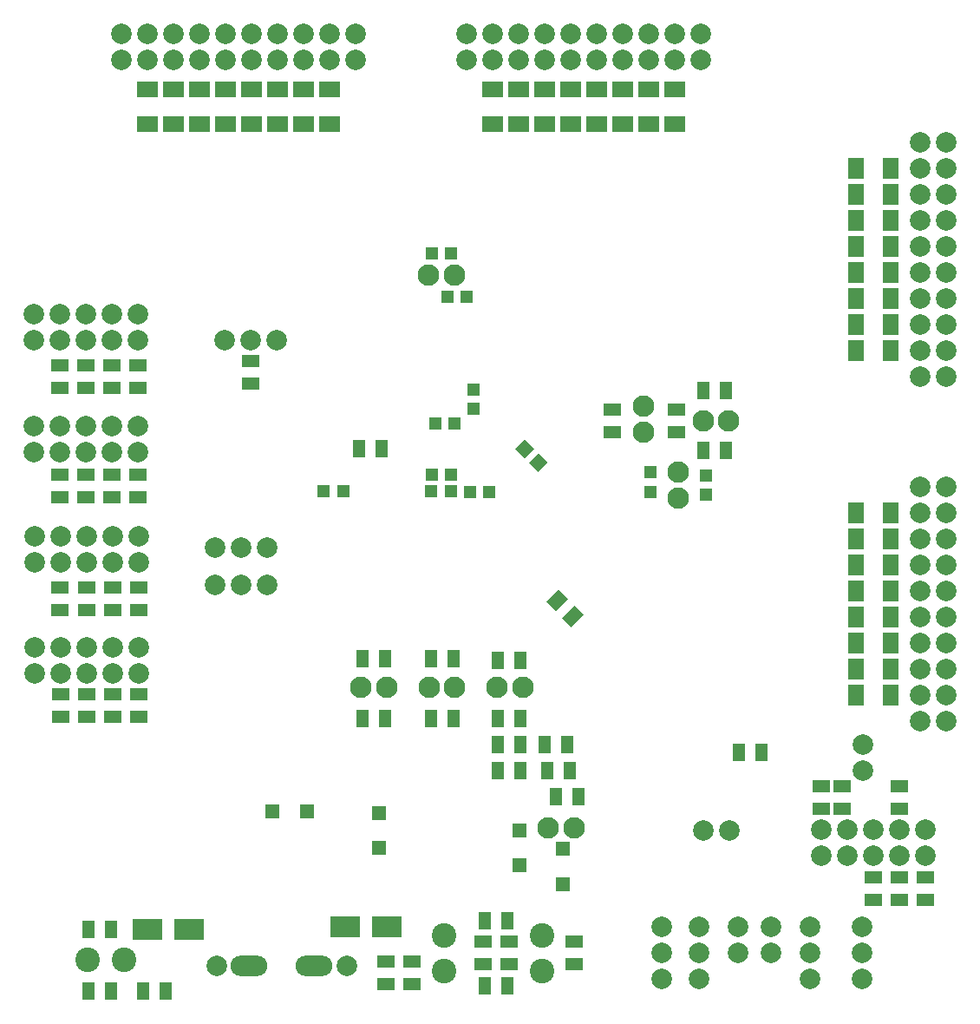
<source format=gbs>
G04 #@! TF.FileFunction,Soldermask,Bot*
%FSLAX46Y46*%
G04 Gerber Fmt 4.6, Leading zero omitted, Abs format (unit mm)*
G04 Created by KiCad (PCBNEW 4.0.1-stable) date 18/01/2016 14:29:12*
%MOMM*%
G01*
G04 APERTURE LIST*
%ADD10C,0.100000*%
%ADD11C,2.000000*%
%ADD12R,2.900000X2.100000*%
%ADD13R,1.500000X2.100000*%
%ADD14R,1.300000X1.300000*%
%ADD15R,1.300000X1.700000*%
%ADD16R,2.100000X1.500000*%
%ADD17R,1.700000X1.300000*%
%ADD18O,3.600000X2.000000*%
%ADD19C,2.400000*%
%ADD20C,2.100000*%
%ADD21R,1.400000X1.400000*%
G04 APERTURE END LIST*
D10*
D11*
X16128800Y57785000D03*
X16128800Y55245000D03*
X13588800Y57785000D03*
X13588800Y55245000D03*
X11048800Y57785000D03*
X11048800Y55245000D03*
X8508800Y57785000D03*
X8508800Y55245000D03*
X5968800Y57785000D03*
X5968800Y55245000D03*
D12*
X36430000Y8890000D03*
X40430000Y8890000D03*
D11*
X86944000Y24130000D03*
X86944000Y26670000D03*
D13*
X89660000Y82931000D03*
X86260000Y82931000D03*
X89660000Y80391000D03*
X86260000Y80391000D03*
X89660000Y77851000D03*
X86260000Y77851000D03*
X89660000Y75311000D03*
X86260000Y75311000D03*
X89660000Y72771000D03*
X86260000Y72771000D03*
X89660000Y70231000D03*
X86260000Y70231000D03*
X89660000Y67691000D03*
X86260000Y67691000D03*
X89660000Y65151000D03*
X86260000Y65151000D03*
X89660000Y49276000D03*
X86260000Y49276000D03*
X89660000Y46736000D03*
X86260000Y46736000D03*
X89660000Y44196000D03*
X86260000Y44196000D03*
X89660000Y41656000D03*
X86260000Y41656000D03*
X89660000Y39116000D03*
X86260000Y39116000D03*
X89660000Y36576000D03*
X86260000Y36576000D03*
D10*
G36*
X56150190Y54217649D02*
X55230951Y53298410D01*
X54311712Y54217649D01*
X55230951Y55136888D01*
X56150190Y54217649D01*
X56150190Y54217649D01*
G37*
G36*
X54806688Y55561151D02*
X53887449Y54641912D01*
X52968210Y55561151D01*
X53887449Y56480390D01*
X54806688Y55561151D01*
X54806688Y55561151D01*
G37*
D14*
X50454400Y51358800D03*
X48554400Y51358800D03*
X48945800Y61351200D03*
X48945800Y59451200D03*
X45176200Y58013600D03*
X47076200Y58013600D03*
X36205000Y51435000D03*
X34305000Y51435000D03*
X44820600Y53035200D03*
X46720600Y53035200D03*
D15*
X51300000Y29210000D03*
X53500000Y29210000D03*
D14*
X44810400Y51384200D03*
X46710400Y51384200D03*
D16*
X17094000Y90600000D03*
X17094000Y87200000D03*
X19634000Y90600000D03*
X19634000Y87200000D03*
X22174000Y90600000D03*
X22174000Y87200000D03*
X24714000Y90600000D03*
X24714000Y87200000D03*
X27254000Y90600000D03*
X27254000Y87200000D03*
X29794000Y90600000D03*
X29794000Y87200000D03*
X32334000Y90600000D03*
X32334000Y87200000D03*
X34874000Y90600000D03*
X34874000Y87200000D03*
X50749000Y90600000D03*
X50749000Y87200000D03*
X53289000Y90600000D03*
X53289000Y87200000D03*
X55829000Y90600000D03*
X55829000Y87200000D03*
X58369000Y90600000D03*
X58369000Y87200000D03*
X60909000Y90600000D03*
X60909000Y87200000D03*
X63449000Y90600000D03*
X63449000Y87200000D03*
X65989000Y90600000D03*
X65989000Y87200000D03*
X68529000Y90600000D03*
X68529000Y87200000D03*
D15*
X51300000Y26670000D03*
X53500000Y26670000D03*
D13*
X89660000Y34036000D03*
X86260000Y34036000D03*
X89660000Y31496000D03*
X86260000Y31496000D03*
D15*
X52230000Y3175000D03*
X50030000Y3175000D03*
X16649500Y2667000D03*
X18849500Y2667000D03*
D17*
X8509000Y39794000D03*
X8509000Y41994000D03*
X8509000Y50843000D03*
X8509000Y53043000D03*
X13589000Y61511000D03*
X13589000Y63711000D03*
X11049000Y61511000D03*
X11049000Y63711000D03*
X8509000Y61511000D03*
X8509000Y63711000D03*
X8636000Y29380000D03*
X8636000Y31580000D03*
D11*
X23698000Y45923200D03*
X28778000Y45923200D03*
X26238000Y45923200D03*
X23698000Y42316400D03*
X28778000Y42316400D03*
X26238000Y42316400D03*
X86817000Y3873500D03*
X86817000Y8953500D03*
X86817000Y6413500D03*
X81737000Y3873500D03*
X81737000Y8953500D03*
X81737000Y6413500D03*
X70942000Y3873500D03*
X70942000Y8953500D03*
X70942000Y6413500D03*
X67259000Y3873500D03*
X67259000Y8953500D03*
X67259000Y6413500D03*
X77927000Y8953500D03*
X77927000Y6413500D03*
X74752000Y8953500D03*
X74752000Y6413500D03*
X73914000Y18288000D03*
X71374000Y18288000D03*
X23825000Y5080000D03*
D18*
X27000000Y5080000D03*
D11*
X36525000Y5080000D03*
D18*
X33350000Y5080000D03*
D15*
X53500000Y24130000D03*
X51300000Y24130000D03*
X50030000Y9525000D03*
X52230000Y9525000D03*
X13495000Y8636000D03*
X11295000Y8636000D03*
D12*
X21126000Y8636000D03*
X17126000Y8636000D03*
D15*
X51300000Y34925000D03*
X53500000Y34925000D03*
X55872000Y26670000D03*
X58072000Y26670000D03*
D10*
G36*
X56022523Y40641396D02*
X57224604Y41843477D01*
X58143843Y40924238D01*
X56941762Y39722157D01*
X56022523Y40641396D01*
X56022523Y40641396D01*
G37*
G36*
X57578157Y39085762D02*
X58780238Y40287843D01*
X59699477Y39368604D01*
X58497396Y38166523D01*
X57578157Y39085762D01*
X57578157Y39085762D01*
G37*
D15*
X38092000Y29210000D03*
X40292000Y29210000D03*
X38092000Y35052000D03*
X40292000Y35052000D03*
D17*
X62496500Y57218400D03*
X62496500Y59418400D03*
X68719500Y57218400D03*
X68719500Y59418400D03*
D15*
X76995000Y25908000D03*
X74795000Y25908000D03*
X71366000Y55435500D03*
X73566000Y55435500D03*
X71366000Y61277500D03*
X73566000Y61277500D03*
X39961800Y55600600D03*
X37761800Y55600600D03*
X46943286Y29210000D03*
X44743286Y29210000D03*
X46943286Y35052000D03*
X44743286Y35052000D03*
X56951500Y21590000D03*
X59151500Y21590000D03*
X56126000Y24130000D03*
X58326000Y24130000D03*
D19*
X11280000Y5715000D03*
X14780000Y5715000D03*
D17*
X52400000Y7450000D03*
X52400000Y5250000D03*
D15*
X11295000Y2667000D03*
X13495000Y2667000D03*
D17*
X49860000Y7450000D03*
X49860000Y5250000D03*
X42875000Y5545000D03*
X42875000Y3345000D03*
D11*
X16205000Y36195000D03*
X16205000Y33655000D03*
X13665000Y36195000D03*
X13665000Y33655000D03*
X11125000Y36195000D03*
X11125000Y33655000D03*
X8585000Y36195000D03*
X8585000Y33655000D03*
X6045000Y36195000D03*
X6045000Y33655000D03*
X16128800Y68656200D03*
X16128800Y66116200D03*
X13588800Y68656200D03*
X13588800Y66116200D03*
X11048800Y68656200D03*
X11048800Y66116200D03*
X8508800Y68656200D03*
X8508800Y66116200D03*
X5968800Y68656200D03*
X5968800Y66116200D03*
X16205000Y46990000D03*
X16205000Y44450000D03*
X13665000Y46990000D03*
X13665000Y44450000D03*
X11125000Y46990000D03*
X11125000Y44450000D03*
X8585000Y46990000D03*
X8585000Y44450000D03*
X6045000Y46990000D03*
X6045000Y44450000D03*
X82880000Y15875000D03*
X82880000Y18415000D03*
X85420000Y15875000D03*
X85420000Y18415000D03*
X87960000Y15875000D03*
X87960000Y18415000D03*
X90500000Y15875000D03*
X90500000Y18415000D03*
X93040000Y15875000D03*
X93040000Y18415000D03*
X95072000Y28956000D03*
X92532000Y28956000D03*
X95072000Y31496000D03*
X92532000Y31496000D03*
X95072000Y34036000D03*
X92532000Y34036000D03*
X95072000Y36576000D03*
X92532000Y36576000D03*
X95072000Y39116000D03*
X92532000Y39116000D03*
X95072000Y41656000D03*
X92532000Y41656000D03*
X95072000Y44196000D03*
X92532000Y44196000D03*
X95072000Y46736000D03*
X92532000Y46736000D03*
X95072000Y49276000D03*
X92532000Y49276000D03*
X95072000Y51816000D03*
X92532000Y51816000D03*
X95072000Y62611000D03*
X92532000Y62611000D03*
X95072000Y65151000D03*
X92532000Y65151000D03*
X95072000Y67691000D03*
X92532000Y67691000D03*
X95072000Y70231000D03*
X92532000Y70231000D03*
X95072000Y72771000D03*
X92532000Y72771000D03*
X95072000Y75311000D03*
X92532000Y75311000D03*
X95072000Y77851000D03*
X92532000Y77851000D03*
X95072000Y80391000D03*
X92532000Y80391000D03*
X95072000Y82931000D03*
X92532000Y82931000D03*
X95072000Y85471000D03*
X92532000Y85471000D03*
X71069000Y96012000D03*
X71069000Y93472000D03*
X68529000Y96012000D03*
X68529000Y93472000D03*
X65989000Y96012000D03*
X65989000Y93472000D03*
X63449000Y96012000D03*
X63449000Y93472000D03*
X60909000Y96012000D03*
X60909000Y93472000D03*
X58369000Y96012000D03*
X58369000Y93472000D03*
X55829000Y96012000D03*
X55829000Y93472000D03*
X53289000Y96012000D03*
X53289000Y93472000D03*
X50749000Y96012000D03*
X50749000Y93472000D03*
X48209000Y96012000D03*
X48209000Y93472000D03*
X37414000Y96012000D03*
X37414000Y93472000D03*
X34874000Y96012000D03*
X34874000Y93472000D03*
X32334000Y96012000D03*
X32334000Y93472000D03*
X29794000Y96012000D03*
X29794000Y93472000D03*
X27254000Y96012000D03*
X27254000Y93472000D03*
X24714000Y96012000D03*
X24714000Y93472000D03*
X22174000Y96012000D03*
X22174000Y93472000D03*
X19634000Y96012000D03*
X19634000Y93472000D03*
X17094000Y96012000D03*
X17094000Y93472000D03*
X14554000Y96012000D03*
X14554000Y93472000D03*
D19*
X46050000Y8100000D03*
X46050000Y4600000D03*
X55575000Y8100000D03*
X55575000Y4600000D03*
D17*
X16205000Y31580000D03*
X16205000Y29380000D03*
X13665000Y31580000D03*
X13665000Y29380000D03*
X11125000Y31580000D03*
X11125000Y29380000D03*
X16129000Y61511000D03*
X16129000Y63711000D03*
X16129000Y53043000D03*
X16129000Y50843000D03*
X13589000Y53043000D03*
X13589000Y50843000D03*
X11049000Y53043000D03*
X11049000Y50843000D03*
X16256000Y41994000D03*
X16256000Y39794000D03*
X13716000Y41994000D03*
X13716000Y39794000D03*
X11176000Y41994000D03*
X11176000Y39794000D03*
D14*
X48270000Y70358000D03*
X46370000Y70358000D03*
X46746000Y74625200D03*
X44846000Y74625200D03*
X66179500Y51374000D03*
X66179500Y53274000D03*
X71640500Y51044000D03*
X71640500Y52944000D03*
D17*
X40335000Y5545000D03*
X40335000Y3345000D03*
X58750000Y7450000D03*
X58750000Y5250000D03*
D20*
X37942000Y32258000D03*
X40442000Y32258000D03*
X47046000Y72542400D03*
X44546000Y72542400D03*
X56230000Y18542000D03*
X58730000Y18542000D03*
X47093286Y32258000D03*
X44593286Y32258000D03*
X71343000Y58293000D03*
X73843000Y58293000D03*
X65548978Y57209944D03*
X65548978Y59709944D03*
X68910000Y50769200D03*
X68910000Y53269200D03*
X51228002Y32258000D03*
X53728002Y32258000D03*
D21*
X29249700Y20193000D03*
X32649700Y20193000D03*
X57607000Y13108200D03*
X57607000Y16508200D03*
X39700000Y20051500D03*
X39700000Y16651500D03*
X53416000Y18337000D03*
X53416000Y14937000D03*
D11*
X29718000Y66167000D03*
X24638000Y66167000D03*
X27178000Y66167000D03*
D17*
X27178000Y61892000D03*
X27178000Y64092000D03*
X82867500Y20426500D03*
X82867500Y22626500D03*
X84899500Y20426500D03*
X84899500Y22626500D03*
X90487500Y20426500D03*
X90487500Y22626500D03*
X87947500Y11536500D03*
X87947500Y13736500D03*
X90487500Y11536500D03*
X90487500Y13736500D03*
X93027500Y11536500D03*
X93027500Y13736500D03*
M02*

</source>
